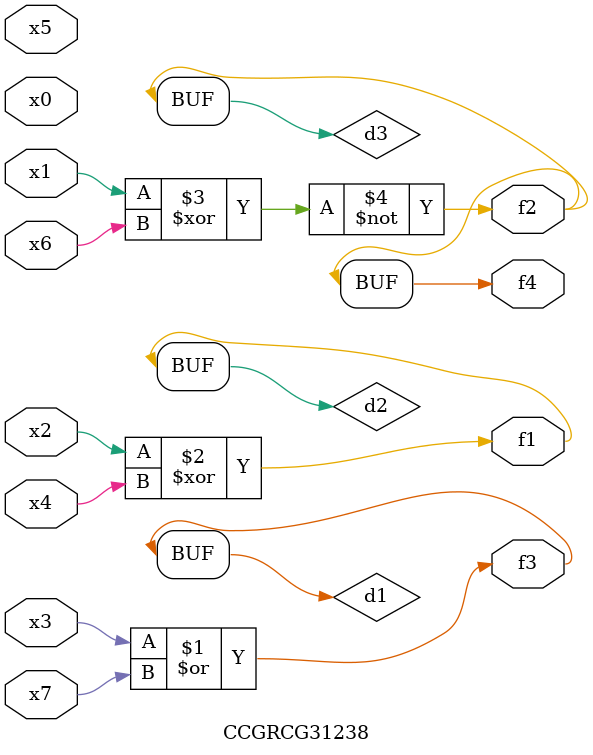
<source format=v>
module CCGRCG31238(
	input x0, x1, x2, x3, x4, x5, x6, x7,
	output f1, f2, f3, f4
);

	wire d1, d2, d3;

	or (d1, x3, x7);
	xor (d2, x2, x4);
	xnor (d3, x1, x6);
	assign f1 = d2;
	assign f2 = d3;
	assign f3 = d1;
	assign f4 = d3;
endmodule

</source>
